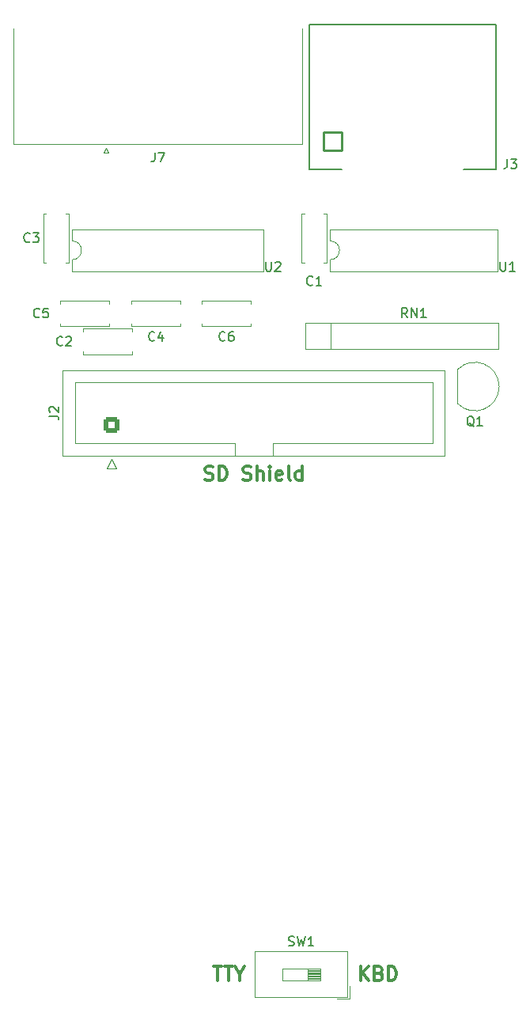
<source format=gbr>
%TF.GenerationSoftware,KiCad,Pcbnew,7.0.9*%
%TF.CreationDate,2023-11-19T21:38:53+01:00*%
%TF.ProjectId,kim-1-aux-card,6b696d2d-312d-4617-9578-2d636172642e,rev?*%
%TF.SameCoordinates,Original*%
%TF.FileFunction,Legend,Top*%
%TF.FilePolarity,Positive*%
%FSLAX46Y46*%
G04 Gerber Fmt 4.6, Leading zero omitted, Abs format (unit mm)*
G04 Created by KiCad (PCBNEW 7.0.9) date 2023-11-19 21:38:53*
%MOMM*%
%LPD*%
G01*
G04 APERTURE LIST*
G04 Aperture macros list*
%AMRoundRect*
0 Rectangle with rounded corners*
0 $1 Rounding radius*
0 $2 $3 $4 $5 $6 $7 $8 $9 X,Y pos of 4 corners*
0 Add a 4 corners polygon primitive as box body*
4,1,4,$2,$3,$4,$5,$6,$7,$8,$9,$2,$3,0*
0 Add four circle primitives for the rounded corners*
1,1,$1+$1,$2,$3*
1,1,$1+$1,$4,$5*
1,1,$1+$1,$6,$7*
1,1,$1+$1,$8,$9*
0 Add four rect primitives between the rounded corners*
20,1,$1+$1,$2,$3,$4,$5,0*
20,1,$1+$1,$4,$5,$6,$7,0*
20,1,$1+$1,$6,$7,$8,$9,0*
20,1,$1+$1,$8,$9,$2,$3,0*%
G04 Aperture macros list end*
%ADD10C,0.300000*%
%ADD11C,0.150000*%
%ADD12C,0.120000*%
%ADD13C,0.127000*%
%ADD14C,2.700000*%
%ADD15C,4.000000*%
%ADD16R,1.600000X1.600000*%
%ADD17C,1.600000*%
%ADD18R,1.500000X1.050000*%
%ADD19O,1.500000X1.050000*%
%ADD20R,1.600000X2.400000*%
%ADD21O,1.600000X2.400000*%
%ADD22O,1.600000X1.600000*%
%ADD23RoundRect,0.250000X0.600000X-0.600000X0.600000X0.600000X-0.600000X0.600000X-0.600000X-0.600000X0*%
%ADD24C,1.700000*%
%ADD25C,2.400000*%
%ADD26RoundRect,0.102000X0.975000X0.975000X-0.975000X0.975000X-0.975000X-0.975000X0.975000X-0.975000X0*%
%ADD27C,2.154000*%
%ADD28R,1.700000X1.700000*%
%ADD29O,1.700000X1.700000*%
G04 APERTURE END LIST*
D10*
X137674061Y-140878328D02*
X138531204Y-140878328D01*
X138102632Y-142378328D02*
X138102632Y-140878328D01*
X138816918Y-140878328D02*
X139674061Y-140878328D01*
X139245489Y-142378328D02*
X139245489Y-140878328D01*
X140459775Y-141664042D02*
X140459775Y-142378328D01*
X139959775Y-140878328D02*
X140459775Y-141664042D01*
X140459775Y-141664042D02*
X140959775Y-140878328D01*
X136735715Y-88779400D02*
X136950001Y-88850828D01*
X136950001Y-88850828D02*
X137307143Y-88850828D01*
X137307143Y-88850828D02*
X137450001Y-88779400D01*
X137450001Y-88779400D02*
X137521429Y-88707971D01*
X137521429Y-88707971D02*
X137592858Y-88565114D01*
X137592858Y-88565114D02*
X137592858Y-88422257D01*
X137592858Y-88422257D02*
X137521429Y-88279400D01*
X137521429Y-88279400D02*
X137450001Y-88207971D01*
X137450001Y-88207971D02*
X137307143Y-88136542D01*
X137307143Y-88136542D02*
X137021429Y-88065114D01*
X137021429Y-88065114D02*
X136878572Y-87993685D01*
X136878572Y-87993685D02*
X136807143Y-87922257D01*
X136807143Y-87922257D02*
X136735715Y-87779400D01*
X136735715Y-87779400D02*
X136735715Y-87636542D01*
X136735715Y-87636542D02*
X136807143Y-87493685D01*
X136807143Y-87493685D02*
X136878572Y-87422257D01*
X136878572Y-87422257D02*
X137021429Y-87350828D01*
X137021429Y-87350828D02*
X137378572Y-87350828D01*
X137378572Y-87350828D02*
X137592858Y-87422257D01*
X138235714Y-88850828D02*
X138235714Y-87350828D01*
X138235714Y-87350828D02*
X138592857Y-87350828D01*
X138592857Y-87350828D02*
X138807143Y-87422257D01*
X138807143Y-87422257D02*
X138950000Y-87565114D01*
X138950000Y-87565114D02*
X139021429Y-87707971D01*
X139021429Y-87707971D02*
X139092857Y-87993685D01*
X139092857Y-87993685D02*
X139092857Y-88207971D01*
X139092857Y-88207971D02*
X139021429Y-88493685D01*
X139021429Y-88493685D02*
X138950000Y-88636542D01*
X138950000Y-88636542D02*
X138807143Y-88779400D01*
X138807143Y-88779400D02*
X138592857Y-88850828D01*
X138592857Y-88850828D02*
X138235714Y-88850828D01*
X140807143Y-88779400D02*
X141021429Y-88850828D01*
X141021429Y-88850828D02*
X141378571Y-88850828D01*
X141378571Y-88850828D02*
X141521429Y-88779400D01*
X141521429Y-88779400D02*
X141592857Y-88707971D01*
X141592857Y-88707971D02*
X141664286Y-88565114D01*
X141664286Y-88565114D02*
X141664286Y-88422257D01*
X141664286Y-88422257D02*
X141592857Y-88279400D01*
X141592857Y-88279400D02*
X141521429Y-88207971D01*
X141521429Y-88207971D02*
X141378571Y-88136542D01*
X141378571Y-88136542D02*
X141092857Y-88065114D01*
X141092857Y-88065114D02*
X140950000Y-87993685D01*
X140950000Y-87993685D02*
X140878571Y-87922257D01*
X140878571Y-87922257D02*
X140807143Y-87779400D01*
X140807143Y-87779400D02*
X140807143Y-87636542D01*
X140807143Y-87636542D02*
X140878571Y-87493685D01*
X140878571Y-87493685D02*
X140950000Y-87422257D01*
X140950000Y-87422257D02*
X141092857Y-87350828D01*
X141092857Y-87350828D02*
X141450000Y-87350828D01*
X141450000Y-87350828D02*
X141664286Y-87422257D01*
X142307142Y-88850828D02*
X142307142Y-87350828D01*
X142950000Y-88850828D02*
X142950000Y-88065114D01*
X142950000Y-88065114D02*
X142878571Y-87922257D01*
X142878571Y-87922257D02*
X142735714Y-87850828D01*
X142735714Y-87850828D02*
X142521428Y-87850828D01*
X142521428Y-87850828D02*
X142378571Y-87922257D01*
X142378571Y-87922257D02*
X142307142Y-87993685D01*
X143664285Y-88850828D02*
X143664285Y-87850828D01*
X143664285Y-87350828D02*
X143592857Y-87422257D01*
X143592857Y-87422257D02*
X143664285Y-87493685D01*
X143664285Y-87493685D02*
X143735714Y-87422257D01*
X143735714Y-87422257D02*
X143664285Y-87350828D01*
X143664285Y-87350828D02*
X143664285Y-87493685D01*
X144950000Y-88779400D02*
X144807143Y-88850828D01*
X144807143Y-88850828D02*
X144521429Y-88850828D01*
X144521429Y-88850828D02*
X144378571Y-88779400D01*
X144378571Y-88779400D02*
X144307143Y-88636542D01*
X144307143Y-88636542D02*
X144307143Y-88065114D01*
X144307143Y-88065114D02*
X144378571Y-87922257D01*
X144378571Y-87922257D02*
X144521429Y-87850828D01*
X144521429Y-87850828D02*
X144807143Y-87850828D01*
X144807143Y-87850828D02*
X144950000Y-87922257D01*
X144950000Y-87922257D02*
X145021429Y-88065114D01*
X145021429Y-88065114D02*
X145021429Y-88207971D01*
X145021429Y-88207971D02*
X144307143Y-88350828D01*
X145878571Y-88850828D02*
X145735714Y-88779400D01*
X145735714Y-88779400D02*
X145664285Y-88636542D01*
X145664285Y-88636542D02*
X145664285Y-87350828D01*
X147092857Y-88850828D02*
X147092857Y-87350828D01*
X147092857Y-88779400D02*
X146949999Y-88850828D01*
X146949999Y-88850828D02*
X146664285Y-88850828D01*
X146664285Y-88850828D02*
X146521428Y-88779400D01*
X146521428Y-88779400D02*
X146449999Y-88707971D01*
X146449999Y-88707971D02*
X146378571Y-88565114D01*
X146378571Y-88565114D02*
X146378571Y-88136542D01*
X146378571Y-88136542D02*
X146449999Y-87993685D01*
X146449999Y-87993685D02*
X146521428Y-87922257D01*
X146521428Y-87922257D02*
X146664285Y-87850828D01*
X146664285Y-87850828D02*
X146949999Y-87850828D01*
X146949999Y-87850828D02*
X147092857Y-87922257D01*
X153354510Y-142378328D02*
X153354510Y-140878328D01*
X154211653Y-142378328D02*
X153568796Y-141521185D01*
X154211653Y-140878328D02*
X153354510Y-141735471D01*
X155354510Y-141592614D02*
X155568796Y-141664042D01*
X155568796Y-141664042D02*
X155640225Y-141735471D01*
X155640225Y-141735471D02*
X155711653Y-141878328D01*
X155711653Y-141878328D02*
X155711653Y-142092614D01*
X155711653Y-142092614D02*
X155640225Y-142235471D01*
X155640225Y-142235471D02*
X155568796Y-142306900D01*
X155568796Y-142306900D02*
X155425939Y-142378328D01*
X155425939Y-142378328D02*
X154854510Y-142378328D01*
X154854510Y-142378328D02*
X154854510Y-140878328D01*
X154854510Y-140878328D02*
X155354510Y-140878328D01*
X155354510Y-140878328D02*
X155497368Y-140949757D01*
X155497368Y-140949757D02*
X155568796Y-141021185D01*
X155568796Y-141021185D02*
X155640225Y-141164042D01*
X155640225Y-141164042D02*
X155640225Y-141306900D01*
X155640225Y-141306900D02*
X155568796Y-141449757D01*
X155568796Y-141449757D02*
X155497368Y-141521185D01*
X155497368Y-141521185D02*
X155354510Y-141592614D01*
X155354510Y-141592614D02*
X154854510Y-141592614D01*
X156354510Y-142378328D02*
X156354510Y-140878328D01*
X156354510Y-140878328D02*
X156711653Y-140878328D01*
X156711653Y-140878328D02*
X156925939Y-140949757D01*
X156925939Y-140949757D02*
X157068796Y-141092614D01*
X157068796Y-141092614D02*
X157140225Y-141235471D01*
X157140225Y-141235471D02*
X157211653Y-141521185D01*
X157211653Y-141521185D02*
X157211653Y-141735471D01*
X157211653Y-141735471D02*
X157140225Y-142021185D01*
X157140225Y-142021185D02*
X157068796Y-142164042D01*
X157068796Y-142164042D02*
X156925939Y-142306900D01*
X156925939Y-142306900D02*
X156711653Y-142378328D01*
X156711653Y-142378328D02*
X156354510Y-142378328D01*
D11*
X131346666Y-53774819D02*
X131346666Y-54489104D01*
X131346666Y-54489104D02*
X131299047Y-54631961D01*
X131299047Y-54631961D02*
X131203809Y-54727200D01*
X131203809Y-54727200D02*
X131060952Y-54774819D01*
X131060952Y-54774819D02*
X130965714Y-54774819D01*
X131727619Y-53774819D02*
X132394285Y-53774819D01*
X132394285Y-53774819D02*
X131965714Y-54774819D01*
X165514761Y-83110057D02*
X165419523Y-83062438D01*
X165419523Y-83062438D02*
X165324285Y-82967200D01*
X165324285Y-82967200D02*
X165181428Y-82824342D01*
X165181428Y-82824342D02*
X165086190Y-82776723D01*
X165086190Y-82776723D02*
X164990952Y-82776723D01*
X165038571Y-83014819D02*
X164943333Y-82967200D01*
X164943333Y-82967200D02*
X164848095Y-82871961D01*
X164848095Y-82871961D02*
X164800476Y-82681485D01*
X164800476Y-82681485D02*
X164800476Y-82348152D01*
X164800476Y-82348152D02*
X164848095Y-82157676D01*
X164848095Y-82157676D02*
X164943333Y-82062438D01*
X164943333Y-82062438D02*
X165038571Y-82014819D01*
X165038571Y-82014819D02*
X165229047Y-82014819D01*
X165229047Y-82014819D02*
X165324285Y-82062438D01*
X165324285Y-82062438D02*
X165419523Y-82157676D01*
X165419523Y-82157676D02*
X165467142Y-82348152D01*
X165467142Y-82348152D02*
X165467142Y-82681485D01*
X165467142Y-82681485D02*
X165419523Y-82871961D01*
X165419523Y-82871961D02*
X165324285Y-82967200D01*
X165324285Y-82967200D02*
X165229047Y-83014819D01*
X165229047Y-83014819D02*
X165038571Y-83014819D01*
X166419523Y-83014819D02*
X165848095Y-83014819D01*
X166133809Y-83014819D02*
X166133809Y-82014819D01*
X166133809Y-82014819D02*
X166038571Y-82157676D01*
X166038571Y-82157676D02*
X165943333Y-82252914D01*
X165943333Y-82252914D02*
X165848095Y-82300533D01*
X121463333Y-74369580D02*
X121415714Y-74417200D01*
X121415714Y-74417200D02*
X121272857Y-74464819D01*
X121272857Y-74464819D02*
X121177619Y-74464819D01*
X121177619Y-74464819D02*
X121034762Y-74417200D01*
X121034762Y-74417200D02*
X120939524Y-74321961D01*
X120939524Y-74321961D02*
X120891905Y-74226723D01*
X120891905Y-74226723D02*
X120844286Y-74036247D01*
X120844286Y-74036247D02*
X120844286Y-73893390D01*
X120844286Y-73893390D02*
X120891905Y-73702914D01*
X120891905Y-73702914D02*
X120939524Y-73607676D01*
X120939524Y-73607676D02*
X121034762Y-73512438D01*
X121034762Y-73512438D02*
X121177619Y-73464819D01*
X121177619Y-73464819D02*
X121272857Y-73464819D01*
X121272857Y-73464819D02*
X121415714Y-73512438D01*
X121415714Y-73512438D02*
X121463333Y-73560057D01*
X121844286Y-73560057D02*
X121891905Y-73512438D01*
X121891905Y-73512438D02*
X121987143Y-73464819D01*
X121987143Y-73464819D02*
X122225238Y-73464819D01*
X122225238Y-73464819D02*
X122320476Y-73512438D01*
X122320476Y-73512438D02*
X122368095Y-73560057D01*
X122368095Y-73560057D02*
X122415714Y-73655295D01*
X122415714Y-73655295D02*
X122415714Y-73750533D01*
X122415714Y-73750533D02*
X122368095Y-73893390D01*
X122368095Y-73893390D02*
X121796667Y-74464819D01*
X121796667Y-74464819D02*
X122415714Y-74464819D01*
X138863333Y-73869580D02*
X138815714Y-73917200D01*
X138815714Y-73917200D02*
X138672857Y-73964819D01*
X138672857Y-73964819D02*
X138577619Y-73964819D01*
X138577619Y-73964819D02*
X138434762Y-73917200D01*
X138434762Y-73917200D02*
X138339524Y-73821961D01*
X138339524Y-73821961D02*
X138291905Y-73726723D01*
X138291905Y-73726723D02*
X138244286Y-73536247D01*
X138244286Y-73536247D02*
X138244286Y-73393390D01*
X138244286Y-73393390D02*
X138291905Y-73202914D01*
X138291905Y-73202914D02*
X138339524Y-73107676D01*
X138339524Y-73107676D02*
X138434762Y-73012438D01*
X138434762Y-73012438D02*
X138577619Y-72964819D01*
X138577619Y-72964819D02*
X138672857Y-72964819D01*
X138672857Y-72964819D02*
X138815714Y-73012438D01*
X138815714Y-73012438D02*
X138863333Y-73060057D01*
X139720476Y-72964819D02*
X139530000Y-72964819D01*
X139530000Y-72964819D02*
X139434762Y-73012438D01*
X139434762Y-73012438D02*
X139387143Y-73060057D01*
X139387143Y-73060057D02*
X139291905Y-73202914D01*
X139291905Y-73202914D02*
X139244286Y-73393390D01*
X139244286Y-73393390D02*
X139244286Y-73774342D01*
X139244286Y-73774342D02*
X139291905Y-73869580D01*
X139291905Y-73869580D02*
X139339524Y-73917200D01*
X139339524Y-73917200D02*
X139434762Y-73964819D01*
X139434762Y-73964819D02*
X139625238Y-73964819D01*
X139625238Y-73964819D02*
X139720476Y-73917200D01*
X139720476Y-73917200D02*
X139768095Y-73869580D01*
X139768095Y-73869580D02*
X139815714Y-73774342D01*
X139815714Y-73774342D02*
X139815714Y-73536247D01*
X139815714Y-73536247D02*
X139768095Y-73441009D01*
X139768095Y-73441009D02*
X139720476Y-73393390D01*
X139720476Y-73393390D02*
X139625238Y-73345771D01*
X139625238Y-73345771D02*
X139434762Y-73345771D01*
X139434762Y-73345771D02*
X139339524Y-73393390D01*
X139339524Y-73393390D02*
X139291905Y-73441009D01*
X139291905Y-73441009D02*
X139244286Y-73536247D01*
X168328095Y-65474819D02*
X168328095Y-66284342D01*
X168328095Y-66284342D02*
X168375714Y-66379580D01*
X168375714Y-66379580D02*
X168423333Y-66427200D01*
X168423333Y-66427200D02*
X168518571Y-66474819D01*
X168518571Y-66474819D02*
X168709047Y-66474819D01*
X168709047Y-66474819D02*
X168804285Y-66427200D01*
X168804285Y-66427200D02*
X168851904Y-66379580D01*
X168851904Y-66379580D02*
X168899523Y-66284342D01*
X168899523Y-66284342D02*
X168899523Y-65474819D01*
X169899523Y-66474819D02*
X169328095Y-66474819D01*
X169613809Y-66474819D02*
X169613809Y-65474819D01*
X169613809Y-65474819D02*
X169518571Y-65617676D01*
X169518571Y-65617676D02*
X169423333Y-65712914D01*
X169423333Y-65712914D02*
X169328095Y-65760533D01*
X145676667Y-138617200D02*
X145819524Y-138664819D01*
X145819524Y-138664819D02*
X146057619Y-138664819D01*
X146057619Y-138664819D02*
X146152857Y-138617200D01*
X146152857Y-138617200D02*
X146200476Y-138569580D01*
X146200476Y-138569580D02*
X146248095Y-138474342D01*
X146248095Y-138474342D02*
X146248095Y-138379104D01*
X146248095Y-138379104D02*
X146200476Y-138283866D01*
X146200476Y-138283866D02*
X146152857Y-138236247D01*
X146152857Y-138236247D02*
X146057619Y-138188628D01*
X146057619Y-138188628D02*
X145867143Y-138141009D01*
X145867143Y-138141009D02*
X145771905Y-138093390D01*
X145771905Y-138093390D02*
X145724286Y-138045771D01*
X145724286Y-138045771D02*
X145676667Y-137950533D01*
X145676667Y-137950533D02*
X145676667Y-137855295D01*
X145676667Y-137855295D02*
X145724286Y-137760057D01*
X145724286Y-137760057D02*
X145771905Y-137712438D01*
X145771905Y-137712438D02*
X145867143Y-137664819D01*
X145867143Y-137664819D02*
X146105238Y-137664819D01*
X146105238Y-137664819D02*
X146248095Y-137712438D01*
X146581429Y-137664819D02*
X146819524Y-138664819D01*
X146819524Y-138664819D02*
X147010000Y-137950533D01*
X147010000Y-137950533D02*
X147200476Y-138664819D01*
X147200476Y-138664819D02*
X147438572Y-137664819D01*
X148343333Y-138664819D02*
X147771905Y-138664819D01*
X148057619Y-138664819D02*
X148057619Y-137664819D01*
X148057619Y-137664819D02*
X147962381Y-137807676D01*
X147962381Y-137807676D02*
X147867143Y-137902914D01*
X147867143Y-137902914D02*
X147771905Y-137950533D01*
X117973333Y-63299580D02*
X117925714Y-63347200D01*
X117925714Y-63347200D02*
X117782857Y-63394819D01*
X117782857Y-63394819D02*
X117687619Y-63394819D01*
X117687619Y-63394819D02*
X117544762Y-63347200D01*
X117544762Y-63347200D02*
X117449524Y-63251961D01*
X117449524Y-63251961D02*
X117401905Y-63156723D01*
X117401905Y-63156723D02*
X117354286Y-62966247D01*
X117354286Y-62966247D02*
X117354286Y-62823390D01*
X117354286Y-62823390D02*
X117401905Y-62632914D01*
X117401905Y-62632914D02*
X117449524Y-62537676D01*
X117449524Y-62537676D02*
X117544762Y-62442438D01*
X117544762Y-62442438D02*
X117687619Y-62394819D01*
X117687619Y-62394819D02*
X117782857Y-62394819D01*
X117782857Y-62394819D02*
X117925714Y-62442438D01*
X117925714Y-62442438D02*
X117973333Y-62490057D01*
X118306667Y-62394819D02*
X118925714Y-62394819D01*
X118925714Y-62394819D02*
X118592381Y-62775771D01*
X118592381Y-62775771D02*
X118735238Y-62775771D01*
X118735238Y-62775771D02*
X118830476Y-62823390D01*
X118830476Y-62823390D02*
X118878095Y-62871009D01*
X118878095Y-62871009D02*
X118925714Y-62966247D01*
X118925714Y-62966247D02*
X118925714Y-63204342D01*
X118925714Y-63204342D02*
X118878095Y-63299580D01*
X118878095Y-63299580D02*
X118830476Y-63347200D01*
X118830476Y-63347200D02*
X118735238Y-63394819D01*
X118735238Y-63394819D02*
X118449524Y-63394819D01*
X118449524Y-63394819D02*
X118354286Y-63347200D01*
X118354286Y-63347200D02*
X118306667Y-63299580D01*
X120064819Y-81983333D02*
X120779104Y-81983333D01*
X120779104Y-81983333D02*
X120921961Y-82030952D01*
X120921961Y-82030952D02*
X121017200Y-82126190D01*
X121017200Y-82126190D02*
X121064819Y-82269047D01*
X121064819Y-82269047D02*
X121064819Y-82364285D01*
X120160057Y-81554761D02*
X120112438Y-81507142D01*
X120112438Y-81507142D02*
X120064819Y-81411904D01*
X120064819Y-81411904D02*
X120064819Y-81173809D01*
X120064819Y-81173809D02*
X120112438Y-81078571D01*
X120112438Y-81078571D02*
X120160057Y-81030952D01*
X120160057Y-81030952D02*
X120255295Y-80983333D01*
X120255295Y-80983333D02*
X120350533Y-80983333D01*
X120350533Y-80983333D02*
X120493390Y-81030952D01*
X120493390Y-81030952D02*
X121064819Y-81602380D01*
X121064819Y-81602380D02*
X121064819Y-80983333D01*
X131323333Y-73869580D02*
X131275714Y-73917200D01*
X131275714Y-73917200D02*
X131132857Y-73964819D01*
X131132857Y-73964819D02*
X131037619Y-73964819D01*
X131037619Y-73964819D02*
X130894762Y-73917200D01*
X130894762Y-73917200D02*
X130799524Y-73821961D01*
X130799524Y-73821961D02*
X130751905Y-73726723D01*
X130751905Y-73726723D02*
X130704286Y-73536247D01*
X130704286Y-73536247D02*
X130704286Y-73393390D01*
X130704286Y-73393390D02*
X130751905Y-73202914D01*
X130751905Y-73202914D02*
X130799524Y-73107676D01*
X130799524Y-73107676D02*
X130894762Y-73012438D01*
X130894762Y-73012438D02*
X131037619Y-72964819D01*
X131037619Y-72964819D02*
X131132857Y-72964819D01*
X131132857Y-72964819D02*
X131275714Y-73012438D01*
X131275714Y-73012438D02*
X131323333Y-73060057D01*
X132180476Y-73298152D02*
X132180476Y-73964819D01*
X131942381Y-72917200D02*
X131704286Y-73631485D01*
X131704286Y-73631485D02*
X132323333Y-73631485D01*
X158379523Y-71434819D02*
X158046190Y-70958628D01*
X157808095Y-71434819D02*
X157808095Y-70434819D01*
X157808095Y-70434819D02*
X158189047Y-70434819D01*
X158189047Y-70434819D02*
X158284285Y-70482438D01*
X158284285Y-70482438D02*
X158331904Y-70530057D01*
X158331904Y-70530057D02*
X158379523Y-70625295D01*
X158379523Y-70625295D02*
X158379523Y-70768152D01*
X158379523Y-70768152D02*
X158331904Y-70863390D01*
X158331904Y-70863390D02*
X158284285Y-70911009D01*
X158284285Y-70911009D02*
X158189047Y-70958628D01*
X158189047Y-70958628D02*
X157808095Y-70958628D01*
X158808095Y-71434819D02*
X158808095Y-70434819D01*
X158808095Y-70434819D02*
X159379523Y-71434819D01*
X159379523Y-71434819D02*
X159379523Y-70434819D01*
X160379523Y-71434819D02*
X159808095Y-71434819D01*
X160093809Y-71434819D02*
X160093809Y-70434819D01*
X160093809Y-70434819D02*
X159998571Y-70577676D01*
X159998571Y-70577676D02*
X159903333Y-70672914D01*
X159903333Y-70672914D02*
X159808095Y-70720533D01*
X119003333Y-71369580D02*
X118955714Y-71417200D01*
X118955714Y-71417200D02*
X118812857Y-71464819D01*
X118812857Y-71464819D02*
X118717619Y-71464819D01*
X118717619Y-71464819D02*
X118574762Y-71417200D01*
X118574762Y-71417200D02*
X118479524Y-71321961D01*
X118479524Y-71321961D02*
X118431905Y-71226723D01*
X118431905Y-71226723D02*
X118384286Y-71036247D01*
X118384286Y-71036247D02*
X118384286Y-70893390D01*
X118384286Y-70893390D02*
X118431905Y-70702914D01*
X118431905Y-70702914D02*
X118479524Y-70607676D01*
X118479524Y-70607676D02*
X118574762Y-70512438D01*
X118574762Y-70512438D02*
X118717619Y-70464819D01*
X118717619Y-70464819D02*
X118812857Y-70464819D01*
X118812857Y-70464819D02*
X118955714Y-70512438D01*
X118955714Y-70512438D02*
X119003333Y-70560057D01*
X119908095Y-70464819D02*
X119431905Y-70464819D01*
X119431905Y-70464819D02*
X119384286Y-70941009D01*
X119384286Y-70941009D02*
X119431905Y-70893390D01*
X119431905Y-70893390D02*
X119527143Y-70845771D01*
X119527143Y-70845771D02*
X119765238Y-70845771D01*
X119765238Y-70845771D02*
X119860476Y-70893390D01*
X119860476Y-70893390D02*
X119908095Y-70941009D01*
X119908095Y-70941009D02*
X119955714Y-71036247D01*
X119955714Y-71036247D02*
X119955714Y-71274342D01*
X119955714Y-71274342D02*
X119908095Y-71369580D01*
X119908095Y-71369580D02*
X119860476Y-71417200D01*
X119860476Y-71417200D02*
X119765238Y-71464819D01*
X119765238Y-71464819D02*
X119527143Y-71464819D01*
X119527143Y-71464819D02*
X119431905Y-71417200D01*
X119431905Y-71417200D02*
X119384286Y-71369580D01*
X148233333Y-67909580D02*
X148185714Y-67957200D01*
X148185714Y-67957200D02*
X148042857Y-68004819D01*
X148042857Y-68004819D02*
X147947619Y-68004819D01*
X147947619Y-68004819D02*
X147804762Y-67957200D01*
X147804762Y-67957200D02*
X147709524Y-67861961D01*
X147709524Y-67861961D02*
X147661905Y-67766723D01*
X147661905Y-67766723D02*
X147614286Y-67576247D01*
X147614286Y-67576247D02*
X147614286Y-67433390D01*
X147614286Y-67433390D02*
X147661905Y-67242914D01*
X147661905Y-67242914D02*
X147709524Y-67147676D01*
X147709524Y-67147676D02*
X147804762Y-67052438D01*
X147804762Y-67052438D02*
X147947619Y-67004819D01*
X147947619Y-67004819D02*
X148042857Y-67004819D01*
X148042857Y-67004819D02*
X148185714Y-67052438D01*
X148185714Y-67052438D02*
X148233333Y-67100057D01*
X149185714Y-68004819D02*
X148614286Y-68004819D01*
X148900000Y-68004819D02*
X148900000Y-67004819D01*
X148900000Y-67004819D02*
X148804762Y-67147676D01*
X148804762Y-67147676D02*
X148709524Y-67242914D01*
X148709524Y-67242914D02*
X148614286Y-67290533D01*
X169066666Y-54504819D02*
X169066666Y-55219104D01*
X169066666Y-55219104D02*
X169019047Y-55361961D01*
X169019047Y-55361961D02*
X168923809Y-55457200D01*
X168923809Y-55457200D02*
X168780952Y-55504819D01*
X168780952Y-55504819D02*
X168685714Y-55504819D01*
X169447619Y-54504819D02*
X170066666Y-54504819D01*
X170066666Y-54504819D02*
X169733333Y-54885771D01*
X169733333Y-54885771D02*
X169876190Y-54885771D01*
X169876190Y-54885771D02*
X169971428Y-54933390D01*
X169971428Y-54933390D02*
X170019047Y-54981009D01*
X170019047Y-54981009D02*
X170066666Y-55076247D01*
X170066666Y-55076247D02*
X170066666Y-55314342D01*
X170066666Y-55314342D02*
X170019047Y-55409580D01*
X170019047Y-55409580D02*
X169971428Y-55457200D01*
X169971428Y-55457200D02*
X169876190Y-55504819D01*
X169876190Y-55504819D02*
X169590476Y-55504819D01*
X169590476Y-55504819D02*
X169495238Y-55457200D01*
X169495238Y-55457200D02*
X169447619Y-55409580D01*
X143248095Y-65474819D02*
X143248095Y-66284342D01*
X143248095Y-66284342D02*
X143295714Y-66379580D01*
X143295714Y-66379580D02*
X143343333Y-66427200D01*
X143343333Y-66427200D02*
X143438571Y-66474819D01*
X143438571Y-66474819D02*
X143629047Y-66474819D01*
X143629047Y-66474819D02*
X143724285Y-66427200D01*
X143724285Y-66427200D02*
X143771904Y-66379580D01*
X143771904Y-66379580D02*
X143819523Y-66284342D01*
X143819523Y-66284342D02*
X143819523Y-65474819D01*
X144248095Y-65570057D02*
X144295714Y-65522438D01*
X144295714Y-65522438D02*
X144390952Y-65474819D01*
X144390952Y-65474819D02*
X144629047Y-65474819D01*
X144629047Y-65474819D02*
X144724285Y-65522438D01*
X144724285Y-65522438D02*
X144771904Y-65570057D01*
X144771904Y-65570057D02*
X144819523Y-65665295D01*
X144819523Y-65665295D02*
X144819523Y-65760533D01*
X144819523Y-65760533D02*
X144771904Y-65903390D01*
X144771904Y-65903390D02*
X144200476Y-66474819D01*
X144200476Y-66474819D02*
X144819523Y-66474819D01*
D12*
%TO.C,J7*%
X147165000Y-52880331D02*
X116195000Y-52880331D01*
X147165000Y-40540331D02*
X147165000Y-52880331D01*
X126390000Y-53774669D02*
X125890000Y-53774669D01*
X126140000Y-53341656D02*
X126390000Y-53774669D01*
X125890000Y-53774669D02*
X126140000Y-53341656D01*
X116195000Y-52880331D02*
X116195000Y-40540331D01*
%TO.C,Q1*%
X163760000Y-77030000D02*
X163760000Y-80630000D01*
X168210000Y-78830000D02*
G75*
G03*
X163771522Y-76991522I-2600000J0D01*
G01*
X163771522Y-80668478D02*
G75*
G03*
X168210000Y-78830000I1838478J1838478D01*
G01*
%TO.C,C2*%
X123710000Y-72640000D02*
X123710000Y-72955000D01*
X123710000Y-72640000D02*
X128950000Y-72640000D01*
X123710000Y-75065000D02*
X123710000Y-75380000D01*
X123710000Y-75380000D02*
X128950000Y-75380000D01*
X128950000Y-72640000D02*
X128950000Y-72955000D01*
X128950000Y-75065000D02*
X128950000Y-75380000D01*
%TO.C,C6*%
X136410000Y-69640000D02*
X136410000Y-69955000D01*
X136410000Y-69640000D02*
X141650000Y-69640000D01*
X136410000Y-72065000D02*
X136410000Y-72380000D01*
X136410000Y-72380000D02*
X141650000Y-72380000D01*
X141650000Y-69640000D02*
X141650000Y-69955000D01*
X141650000Y-72065000D02*
X141650000Y-72380000D01*
%TO.C,U1*%
X150120000Y-66500000D02*
X168020000Y-66500000D01*
X168020000Y-66500000D02*
X168020000Y-62000000D01*
X150120000Y-65250000D02*
X150120000Y-66500000D01*
X150120000Y-62000000D02*
X150120000Y-63250000D01*
X168020000Y-62000000D02*
X150120000Y-62000000D01*
X150120000Y-65250000D02*
G75*
G03*
X150120000Y-63250000I0J1000000D01*
G01*
%TO.C,SW1*%
X152200000Y-144360000D02*
X152200000Y-142977000D01*
X152200000Y-144360000D02*
X150816000Y-144360000D01*
X151960000Y-144120000D02*
X151960000Y-139280000D01*
X151960000Y-144120000D02*
X142060000Y-144120000D01*
X151960000Y-139280000D02*
X142060000Y-139280000D01*
X149040000Y-142335000D02*
X149040000Y-141065000D01*
X149040000Y-142215000D02*
X147686667Y-142215000D01*
X149040000Y-142095000D02*
X147686667Y-142095000D01*
X149040000Y-141975000D02*
X147686667Y-141975000D01*
X149040000Y-141855000D02*
X147686667Y-141855000D01*
X149040000Y-141735000D02*
X147686667Y-141735000D01*
X149040000Y-141615000D02*
X147686667Y-141615000D01*
X149040000Y-141495000D02*
X147686667Y-141495000D01*
X149040000Y-141375000D02*
X147686667Y-141375000D01*
X149040000Y-141255000D02*
X147686667Y-141255000D01*
X149040000Y-141135000D02*
X147686667Y-141135000D01*
X149040000Y-141065000D02*
X144980000Y-141065000D01*
X147686667Y-142335000D02*
X147686667Y-141065000D01*
X144980000Y-142335000D02*
X149040000Y-142335000D01*
X144980000Y-141065000D02*
X144980000Y-142335000D01*
X142060000Y-144120000D02*
X142060000Y-139280000D01*
%TO.C,C3*%
X122150000Y-60320000D02*
X121835000Y-60320000D01*
X122150000Y-60320000D02*
X122150000Y-65560000D01*
X119725000Y-60320000D02*
X119410000Y-60320000D01*
X119410000Y-60320000D02*
X119410000Y-65560000D01*
X122150000Y-65560000D02*
X121835000Y-65560000D01*
X119725000Y-65560000D02*
X119410000Y-65560000D01*
%TO.C,J2*%
X126210000Y-87600000D02*
X127210000Y-87600000D01*
X127210000Y-87600000D02*
X126710000Y-86600000D01*
X126710000Y-86600000D02*
X126210000Y-87600000D01*
X121500000Y-86210000D02*
X121500000Y-77090000D01*
X139900000Y-86210000D02*
X139900000Y-84900000D01*
X162400000Y-86210000D02*
X121500000Y-86210000D01*
X122800000Y-84900000D02*
X122800000Y-78400000D01*
X139900000Y-84900000D02*
X122800000Y-84900000D01*
X144000000Y-84900000D02*
X144000000Y-86210000D01*
X144000000Y-84900000D02*
X144000000Y-84900000D01*
X161100000Y-84900000D02*
X144000000Y-84900000D01*
X122800000Y-78400000D02*
X161100000Y-78400000D01*
X161100000Y-78400000D02*
X161100000Y-84900000D01*
X121500000Y-77090000D02*
X162400000Y-77090000D01*
X162400000Y-77090000D02*
X162400000Y-86210000D01*
%TO.C,C4*%
X128870000Y-69640000D02*
X128870000Y-69955000D01*
X128870000Y-69640000D02*
X134110000Y-69640000D01*
X128870000Y-72065000D02*
X128870000Y-72380000D01*
X128870000Y-72380000D02*
X134110000Y-72380000D01*
X134110000Y-69640000D02*
X134110000Y-69955000D01*
X134110000Y-72065000D02*
X134110000Y-72380000D01*
%TO.C,RN1*%
X147470000Y-71980000D02*
X147470000Y-74780000D01*
X147470000Y-74780000D02*
X168130000Y-74780000D01*
X150180000Y-71980000D02*
X150180000Y-74780000D01*
X168130000Y-71980000D02*
X147470000Y-71980000D01*
X168130000Y-74780000D02*
X168130000Y-71980000D01*
%TO.C,C5*%
X121250000Y-69640000D02*
X121250000Y-69955000D01*
X121250000Y-69640000D02*
X126490000Y-69640000D01*
X121250000Y-72065000D02*
X121250000Y-72380000D01*
X121250000Y-72380000D02*
X126490000Y-72380000D01*
X126490000Y-69640000D02*
X126490000Y-69955000D01*
X126490000Y-72065000D02*
X126490000Y-72380000D01*
%TO.C,C1*%
X149770000Y-60320000D02*
X149455000Y-60320000D01*
X149770000Y-60320000D02*
X149770000Y-65560000D01*
X147345000Y-60320000D02*
X147030000Y-60320000D01*
X147030000Y-60320000D02*
X147030000Y-65560000D01*
X149770000Y-65560000D02*
X149455000Y-65560000D01*
X147345000Y-65560000D02*
X147030000Y-65560000D01*
D13*
%TO.C,J3*%
X167900000Y-55590000D02*
X164400000Y-55590000D01*
X167900000Y-40090000D02*
X167900000Y-55590000D01*
X167900000Y-40090000D02*
X147900000Y-40090000D01*
X151400000Y-55590000D02*
X147900000Y-55590000D01*
X147900000Y-55590000D02*
X147900000Y-40090000D01*
D12*
%TO.C,U2*%
X122500000Y-66500000D02*
X142940000Y-66500000D01*
X142940000Y-66500000D02*
X142940000Y-62000000D01*
X122500000Y-65250000D02*
X122500000Y-66500000D01*
X122500000Y-62000000D02*
X122500000Y-63250000D01*
X142940000Y-62000000D02*
X122500000Y-62000000D01*
X122500000Y-65250000D02*
G75*
G03*
X122500000Y-63250000I0J1000000D01*
G01*
%TD*%
%LPC*%
D14*
%TO.C,REF\u002A\u002A*%
X112780000Y-82770000D03*
%TD*%
D15*
%TO.C,J7*%
X144180000Y-49600331D03*
X119180000Y-49600331D03*
D16*
X126140000Y-51020331D03*
D17*
X128910000Y-51020331D03*
X131680000Y-51020331D03*
X134450000Y-51020331D03*
X137220000Y-51020331D03*
X127525000Y-48180331D03*
X130295000Y-48180331D03*
X133065000Y-48180331D03*
X135835000Y-48180331D03*
%TD*%
D18*
%TO.C,Q1*%
X165610000Y-77560000D03*
D19*
X165610000Y-78830000D03*
X165610000Y-80100000D03*
%TD*%
D14*
%TO.C,REF\u002A\u002A*%
X171120000Y-43040000D03*
%TD*%
D17*
%TO.C,C2*%
X123830000Y-74010000D03*
X128830000Y-74010000D03*
%TD*%
%TO.C,C6*%
X136530000Y-71010000D03*
X141530000Y-71010000D03*
%TD*%
D14*
%TO.C,REF\u002A\u002A*%
X171120000Y-82770000D03*
%TD*%
%TO.C,REF\u002A\u002A*%
X159410000Y-147800000D03*
%TD*%
D20*
%TO.C,U1*%
X151450000Y-68060000D03*
D21*
X153990000Y-68060000D03*
X156530000Y-68060000D03*
X159070000Y-68060000D03*
X161610000Y-68060000D03*
X164150000Y-68060000D03*
X166690000Y-68060000D03*
X166690000Y-60440000D03*
X164150000Y-60440000D03*
X161610000Y-60440000D03*
X159070000Y-60440000D03*
X156530000Y-60440000D03*
X153990000Y-60440000D03*
X151450000Y-60440000D03*
%TD*%
D16*
%TO.C,SW1*%
X150820000Y-141700000D03*
D22*
X143200000Y-141700000D03*
%TD*%
D17*
%TO.C,C3*%
X120780000Y-60440000D03*
X120780000Y-65440000D03*
%TD*%
D23*
%TO.C,J2*%
X126710000Y-82920000D03*
D24*
X126710000Y-80380000D03*
X129250000Y-82920000D03*
X129250000Y-80380000D03*
X131790000Y-82920000D03*
X131790000Y-80380000D03*
X134330000Y-82920000D03*
X134330000Y-80380000D03*
X136870000Y-82920000D03*
X136870000Y-80380000D03*
X139410000Y-82920000D03*
X139410000Y-80380000D03*
X141950000Y-82920000D03*
X141950000Y-80380000D03*
X144490000Y-82920000D03*
X144490000Y-80380000D03*
X147030000Y-82920000D03*
X147030000Y-80380000D03*
X149570000Y-82920000D03*
X149570000Y-80380000D03*
X152110000Y-82920000D03*
X152110000Y-80380000D03*
X154650000Y-82920000D03*
X154650000Y-80380000D03*
X157190000Y-82920000D03*
X157190000Y-80380000D03*
%TD*%
D17*
%TO.C,C4*%
X128990000Y-71010000D03*
X133990000Y-71010000D03*
%TD*%
D16*
%TO.C,RN1*%
X148910000Y-73380000D03*
D22*
X151450000Y-73380000D03*
X153990000Y-73380000D03*
X156530000Y-73380000D03*
X159070000Y-73380000D03*
X161610000Y-73380000D03*
X164150000Y-73380000D03*
X166690000Y-73380000D03*
%TD*%
D17*
%TO.C,C5*%
X121370000Y-71010000D03*
X126370000Y-71010000D03*
%TD*%
%TO.C,C1*%
X148400000Y-60440000D03*
X148400000Y-65440000D03*
%TD*%
D25*
%TO.C,J3*%
X165400000Y-47590000D03*
X150400000Y-47590000D03*
D26*
X150400000Y-52590000D03*
D27*
X152900000Y-55090000D03*
X157900000Y-52590000D03*
X162900000Y-55090000D03*
X165400000Y-52590000D03*
X157900000Y-57590000D03*
X160400000Y-42590000D03*
X155400000Y-42590000D03*
%TD*%
D14*
%TO.C,REF\u002A\u002A*%
X124490000Y-147800000D03*
%TD*%
%TO.C,REF\u002A\u002A*%
X112780000Y-43040000D03*
%TD*%
D20*
%TO.C,U2*%
X123830000Y-68060000D03*
D21*
X126370000Y-68060000D03*
X128910000Y-68060000D03*
X131450000Y-68060000D03*
X133990000Y-68060000D03*
X136530000Y-68060000D03*
X139070000Y-68060000D03*
X141610000Y-68060000D03*
X141610000Y-60440000D03*
X139070000Y-60440000D03*
X136530000Y-60440000D03*
X133990000Y-60440000D03*
X131450000Y-60440000D03*
X128910000Y-60440000D03*
X126370000Y-60440000D03*
X123830000Y-60440000D03*
%TD*%
D28*
%TO.C,J5*%
X171120000Y-73380000D03*
%TD*%
%TO.C,J1*%
X129250000Y-149070000D03*
D29*
X129250000Y-146530000D03*
X131790000Y-149070000D03*
X131790000Y-146530000D03*
X134330000Y-149070000D03*
X134330000Y-146530000D03*
X136870000Y-149070000D03*
X136870000Y-146530000D03*
X139410000Y-149070000D03*
X139410000Y-146530000D03*
X141950000Y-149070000D03*
X141950000Y-146530000D03*
X144490000Y-149070000D03*
X144490000Y-146530000D03*
X147030000Y-149070000D03*
X147030000Y-146530000D03*
X149570000Y-149070000D03*
X149570000Y-146530000D03*
X152110000Y-149070000D03*
X152110000Y-146530000D03*
X154650000Y-149070000D03*
X154650000Y-146530000D03*
%TD*%
D28*
%TO.C,J6*%
X144980000Y-63330000D03*
%TD*%
%TO.C,J4*%
X171120000Y-77230000D03*
%TD*%
%LPD*%
M02*

</source>
